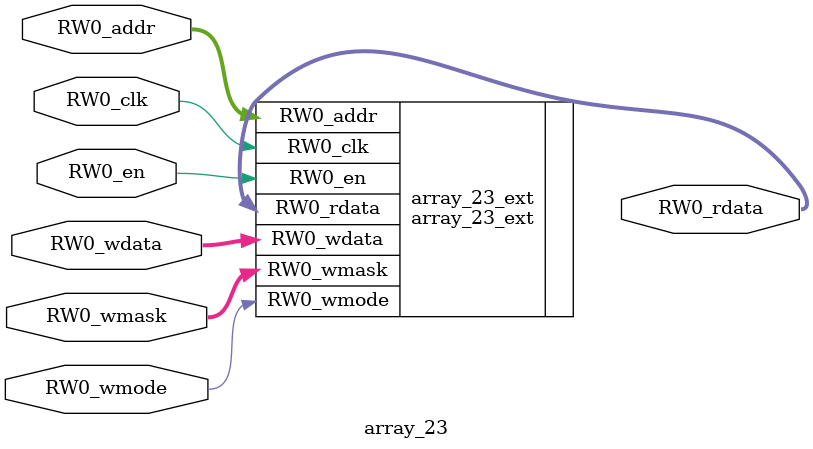
<source format=sv>
`ifndef RANDOMIZE
  `ifdef RANDOMIZE_MEM_INIT
    `define RANDOMIZE
  `endif // RANDOMIZE_MEM_INIT
`endif // not def RANDOMIZE
`ifndef RANDOMIZE
  `ifdef RANDOMIZE_REG_INIT
    `define RANDOMIZE
  `endif // RANDOMIZE_REG_INIT
`endif // not def RANDOMIZE

`ifndef RANDOM
  `define RANDOM $random
`endif // not def RANDOM

// Users can define INIT_RANDOM as general code that gets injected into the
// initializer block for modules with registers.
`ifndef INIT_RANDOM
  `define INIT_RANDOM
`endif // not def INIT_RANDOM

// If using random initialization, you can also define RANDOMIZE_DELAY to
// customize the delay used, otherwise 0.002 is used.
`ifndef RANDOMIZE_DELAY
  `define RANDOMIZE_DELAY 0.002
`endif // not def RANDOMIZE_DELAY

// Define INIT_RANDOM_PROLOG_ for use in our modules below.
`ifndef INIT_RANDOM_PROLOG_
  `ifdef RANDOMIZE
    `ifdef VERILATOR
      `define INIT_RANDOM_PROLOG_ `INIT_RANDOM
    `else  // VERILATOR
      `define INIT_RANDOM_PROLOG_ `INIT_RANDOM #`RANDOMIZE_DELAY begin end
    `endif // VERILATOR
  `else  // RANDOMIZE
    `define INIT_RANDOM_PROLOG_
  `endif // RANDOMIZE
`endif // not def INIT_RANDOM_PROLOG_

// Include register initializers in init blocks unless synthesis is set
`ifndef SYNTHESIS
  `ifndef ENABLE_INITIAL_REG_
    `define ENABLE_INITIAL_REG_
  `endif // not def ENABLE_INITIAL_REG_
`endif // not def SYNTHESIS

// Include rmemory initializers in init blocks unless synthesis is set
`ifndef SYNTHESIS
  `ifndef ENABLE_INITIAL_MEM_
    `define ENABLE_INITIAL_MEM_
  `endif // not def ENABLE_INITIAL_MEM_
`endif // not def SYNTHESIS

module array_23(
  input  [9:0]  RW0_addr,
  input         RW0_en,
  input         RW0_clk,
  input         RW0_wmode,
  input  [69:0] RW0_wdata,
  output [69:0] RW0_rdata,
  input  [9:0]  RW0_wmask
);

  array_23_ext array_23_ext (
    .RW0_addr  (RW0_addr),
    .RW0_en    (RW0_en),
    .RW0_clk   (RW0_clk),
    .RW0_wmode (RW0_wmode),
    .RW0_wdata (RW0_wdata),
    .RW0_rdata (RW0_rdata),
    .RW0_wmask (RW0_wmask)
  );
endmodule


</source>
